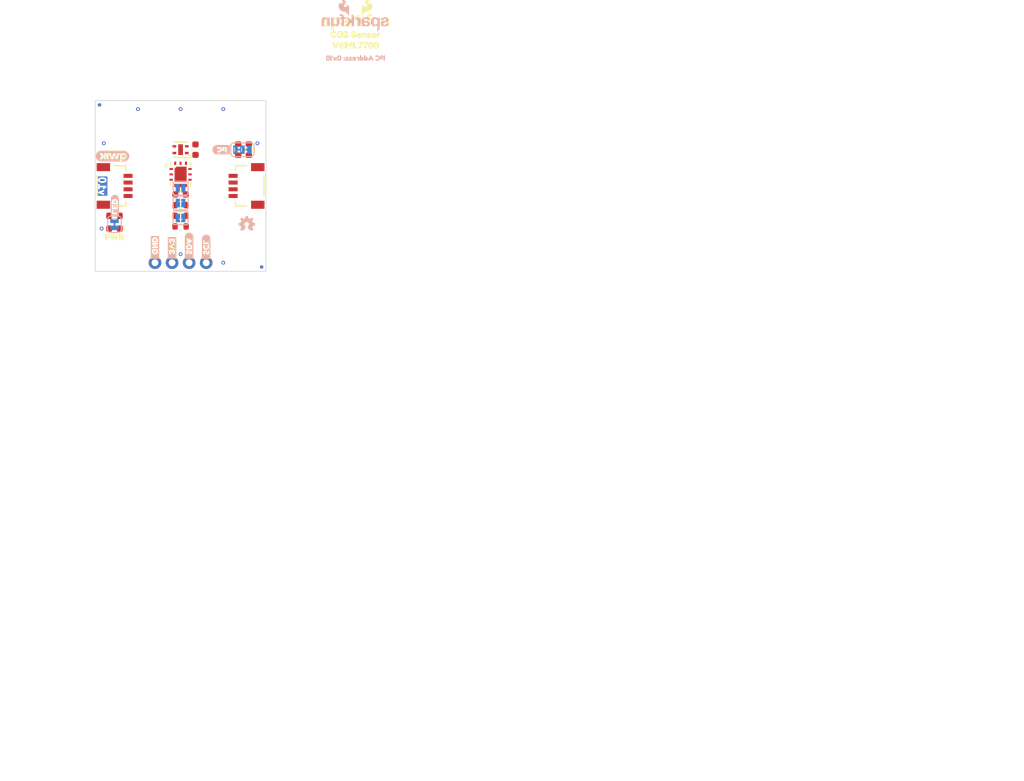
<source format=kicad_pcb>
(kicad_pcb (version 20241229) (generator "pcbnew") (generator_version "9.0")
  (title_block (title "SparkFun Ambient Light Sensor - VEML7700") (date "2025-04-24") (rev "v10") (company "SparkFun Electronics") (comment 1 "Original Design by: Paul Clark") (comment 2 "Designed by: Elias Santistevan"))
  (layers (0 "F.Cu" signal) (2 "B.Cu" signal) (13 "F.Paste" user) (15 "B.Paste" user) (5 "F.SilkS" user "F.Silkscreen") (7 "B.SilkS" user "B.Silkscreen") (1 "F.Mask" user) (3 "B.Mask" user) (25 "Edge.Cuts" user))
  (net 0 "")
  (net 1 "3.3V")
  (net 2 "GND")
  (net 3 "Net-(D1-A)")
  (net 8 "Net-(JP1-A)")
  (net 9 "Net-(JP2-A)")
  (net 10 "Net-(JP2-C)")
  (net 11 "SDA")
  (net 12 "SCL")
  (net 13 "ADDR")
  (net 14 "Net-(JP3-A)")
  (net 15 "Net-(JP4-A)")
  (net 16 "Net-(JP5-A)")
  (footprint "SparkFun-Resistor:R_0603_1608Metric" (layer "F.Cu") (at 146.126 92.7085 90)
    (property "Reference" "R8")
    (property "Value" "4.7k")
    (pad "1" smd roundrect (at -0.825 0 90) (size 0.8 0.95) (layers "F.Cu" "F.Mask" "F.Paste") (net 10 "Net-(JP2-C)"))
    (pad "2" smd roundrect (at 0.825 0 90) (size 0.8 0.95) (layers "F.Cu" "F.Mask" "F.Paste") (net 11 "SDA"))
  )
  (footprint "kibuzzard-680A784B" (layer "F.Cu") (at 162.001 77.151)
    (property "Reference" "kibuzzard-680A784B" (hide yes))
    (property "Value" "G***" (hide yes))
  )
  (footprint "SparkFun-LED:LED_0603_1608Metric_Red" (layer "F.Cu") (at 126.1235 104.456 180)
    (property "Reference" "D1")
    (property "Value" "Red")
    (pad "1" smd roundrect (at -0.7875 0 180) (size 0.875 0.95) (layers "F.Cu" "F.Mask" "F.Paste") (net 2 "GND"))
    (pad "2" smd roundrect (at 0.7875 0 180) (size 0.875 0.95) (layers "F.Cu" "F.Mask" "F.Paste") (net 3 "Net-(D1-A)"))
  )
  (footprint "SparkFun-Aesthetic:Fiducial_0.5mm_Mask1mm" (layer "F.Cu") (at 123.901 86.041)
    (property "Reference" "FID3")
    (property "Value" "Fiducial_0.5mm")
    (pad "" smd circle (at 0 0) (size 0.5 0.5) (layers "F.Cu" "F.Mask") (clearance 0.25))
  )
  (footprint "SparkFun-Aesthetic:qwiic_5mm" (layer "F.Cu") (at 125.806 93.661)
    (property "Reference" "G***" (hide yes))
    (property "Value" "LOGO" (hide yes))
  )
  (footprint "SparkFun-Resistor:R_0603_1608Metric" (layer "F.Cu") (at 144.5385 92.7085 90)
    (property "Reference" "R7")
    (property "Value" "4.7k")
    (pad "1" smd roundrect (at -0.825 0 90) (size 0.8 0.95) (layers "F.Cu" "F.Mask" "F.Paste") (net 12 "SCL"))
    (pad "2" smd roundrect (at 0.825 0 90) (size 0.8 0.95) (layers "F.Cu" "F.Mask" "F.Paste") (net 9 "Net-(JP2-A)"))
  )
  (footprint "kibuzzard-67BF7D12" (layer "F.Cu") (at 139.776 107.15475 90)
    (property "Reference" "kibuzzard-67BF7D12" (hide yes))
    (property "Value" "G***" (hide yes))
  )
  (footprint "SparkFun-Hardware:Standoff" (layer "F.Cu") (at 146.126 108.266)
    (property "Reference" "ST3")
    (property "Value" "Standoff")
    (pad "" np_thru_hole circle (at 0 0) (size 3.1 3.1) (drill 3.1) (layers "*.Cu" "*.Mask"))
  )
  (footprint "SparkFun-Capacitor:C_0603_1608Metric" (layer "F.Cu") (at 138.1885 92.7085 90)
    (property "Reference" "C3")
    (property "Value" "0.1uF")
    (pad "1" smd roundrect (at -0.775 0 90) (size 0.9 0.95) (layers "F.Cu" "F.Mask" "F.Paste") (net 1 "3.3V"))
    (pad "2" smd roundrect (at 0.775 0 90) (size 0.9 0.95) (layers "F.Cu" "F.Mask" "F.Paste") (net 2 "GND"))
  )
  (footprint "SparkFun-Aesthetic:Fiducial_0.5mm_Mask1mm" (layer "F.Cu") (at 148.031 110.171)
    (property "Reference" "FID4")
    (property "Value" "Fiducial_0.5mm")
    (pad "" smd circle (at 0 0) (size 0.5 0.5) (layers "F.Cu" "F.Mask") (clearance 0.25))
  )
  (footprint "SparkFun-Connector:JST_SMD_1.0mm-4_Black" (layer "F.Cu") (at 128.1485 98.106 -90)
    (property "Reference" "J5")
    (property "Value" "Qwiic_RA")
    (pad "1" smd rect (at -1.5 0 270) (size 0.6 1.35) (layers "F.Cu" "F.Mask" "F.Paste") (net 2 "GND"))
    (pad "2" smd rect (at -0.5 0 270) (size 0.6 1.35) (layers "F.Cu" "F.Mask" "F.Paste") (net 1 "3.3V"))
    (pad "3" smd rect (at 0.5 0 270) (size 0.6 1.35) (layers "F.Cu" "F.Mask" "F.Paste") (net 11 "SDA"))
    (pad "4" smd rect (at 1.5 0 270) (size 0.6 1.35) (layers "F.Cu" "F.Mask" "F.Paste") (net 12 "SCL"))
    (pad "NC1" smd rect (at 2.8 3.675 270) (size 1.2 2) (layers "F.Cu" "F.Mask" "F.Paste"))
    (pad "NC2" smd rect (at -2.8 3.675 270) (size 1.2 2) (layers "F.Cu" "F.Mask" "F.Paste"))
  )
  (footprint "SparkFun-Resistor:R_0603_1608Metric" (layer "F.Cu") (at 135.966 104.1385)
    (property "Reference" "R4")
    (property "Value" "1k")
    (pad "1" smd roundrect (at -0.825 0) (size 0.8 0.95) (layers "F.Cu" "F.Mask" "F.Paste") (net 1 "3.3V"))
    (pad "2" smd roundrect (at 0.825 0) (size 0.8 0.95) (layers "F.Cu" "F.Mask" "F.Paste") (net 16 "Net-(JP5-A)"))
  )
  (footprint "SparkFun-Resistor:R_0603_1608Metric" (layer "F.Cu") (at 135.966 100.9635)
    (property "Reference" "R5")
    (property "Value" "10k")
    (pad "1" smd roundrect (at -0.825 0) (size 0.8 0.95) (layers "F.Cu" "F.Mask" "F.Paste") (net 1 "3.3V"))
    (pad "2" smd roundrect (at 0.825 0) (size 0.8 0.95) (layers "F.Cu" "F.Mask" "F.Paste") (net 14 "Net-(JP3-A)"))
  )
  (footprint "SparkFun-Connector:1x04" (layer "F.Cu") (at 132.156 109.536)
    (property "Reference" "J4")
    (property "Value" "I2C")
    (pad "1" thru_hole circle (at 0 0 90) (size 1.8796 1.8796) (drill 1.016) (layers "*.Cu" "*.Mask") (net 2 "GND"))
    (pad "2" thru_hole circle (at 2.54 0 90) (size 1.8796 1.8796) (drill 1.016) (layers "*.Cu" "*.Mask") (net 1 "3.3V"))
    (pad "3" thru_hole circle (at 5.08 0 90) (size 1.8796 1.8796) (drill 1.016) (layers "*.Cu" "*.Mask") (net 11 "SDA"))
    (pad "4" thru_hole circle (at 7.62 0 90) (size 1.8796 1.8796) (drill 1.016) (layers "*.Cu" "*.Mask") (net 12 "SCL"))
  )
  (footprint "kibuzzard-67BF7C99" (layer "F.Cu") (at 132.156 107.25 90)
    (property "Reference" "kibuzzard-67BF7C99" (hide yes))
    (property "Value" "G***" (hide yes))
  )
  (footprint "kibuzzard-68139425" (layer "F.Cu") (at 162.001 75.5635)
    (property "Reference" "kibuzzard-68139425" (hide yes))
    (property "Value" "G***" (hide yes))
  )
  (footprint "kibuzzard-65A8A8B4" (layer "F.Cu") (at 126.1235 105.726)
    (property "Reference" "kibuzzard-65A8A8B4" (hide yes))
    (property "Value" "G***" (hide yes))
  )
  (footprint "kibuzzard-67BF7CFE" (layer "F.Cu") (at 137.236 106.996 90)
    (property "Reference" "kibuzzard-67BF7CFE" (hide yes))
    (property "Value" "G***" (hide yes))
  )
  (footprint "SparkFun-Aesthetic:Creative_Commons_License" (layer "F.Cu") (at 214.63 168.91)
    (property "Reference" "G4" (hide yes))
    (property "Value" "OSHW_Logo" (hide yes))
  )
  (footprint "SparkFun-Sensor:SHTC3" (layer "F.Cu") (at 135.966 92.7085 180)
    (property "Reference" "U2")
    (property "Value" "SHTC3")
    (pad "1" smd rect (at -0.925 -0.5 270) (size 0.35 0.55) (layers "F.Cu" "F.Mask" "F.Paste") (net 1 "3.3V"))
    (pad "2" smd rect (at -0.925 0.5 270) (size 0.35 0.55) (layers "F.Cu" "F.Mask" "F.Paste") (net 12 "SCL"))
    (pad "3" smd rect (at 0.925 0.5 270) (size 0.35 0.55) (layers "F.Cu" "F.Mask" "F.Paste") (net 11 "SDA"))
    (pad "4" smd rect (at 0.925 -0.5 270) (size 0.35 0.55) (layers "F.Cu" "F.Mask" "F.Paste") (net 2 "GND"))
    (pad "5" smd rect (at 0 0 90) (size 1.6 0.7) (layers "F.Cu" "F.Mask"))
  )
  (footprint "SparkFun-Aesthetic:SparkFun_Logo_10mm" (layer "F.Cu") (at 162.001 73.6585)
    (property "Reference" "G***" (hide yes))
    (property "Value" "LOGO" (hide yes))
  )
  (footprint "SparkFun-Connector:JST_SMD_1.0mm-4_Black" (layer "F.Cu") (at 143.7835 98.106 90)
    (property "Reference" "J3")
    (property "Value" "Qwiic_RA")
    (pad "1" smd rect (at -1.5 0 90) (size 0.6 1.35) (layers "F.Cu" "F.Mask" "F.Paste") (net 2 "GND"))
    (pad "2" smd rect (at -0.5 0 90) (size 0.6 1.35) (layers "F.Cu" "F.Mask" "F.Paste") (net 1 "3.3V"))
    (pad "3" smd rect (at 0.5 0 90) (size 0.6 1.35) (layers "F.Cu" "F.Mask" "F.Paste") (net 11 "SDA"))
    (pad "4" smd rect (at 1.5 0 90) (size 0.6 1.35) (layers "F.Cu" "F.Mask" "F.Paste") (net 12 "SCL"))
    (pad "NC1" smd rect (at 2.8 3.675 90) (size 1.2 2) (layers "F.Cu" "F.Mask" "F.Paste"))
    (pad "NC2" smd rect (at -2.8 3.675 90) (size 1.2 2) (layers "F.Cu" "F.Mask" "F.Paste"))
  )
  (footprint "kibuzzard-681398E8" (layer "F.Cu") (at 134.696 107.3135 90)
    (property "Reference" "kibuzzard-681398E8" (hide yes))
    (property "Value" "G***" (hide yes))
  )
  (footprint "SparkFun-Hardware:Standoff" (layer "F.Cu") (at 146.126 87.946)
    (property "Reference" "ST2")
    (property "Value" "Standoff")
    (pad "" np_thru_hole circle (at 0 0) (size 3.1 3.1) (drill 3.1) (layers "*.Cu" "*.Mask"))
  )
  (footprint "SparkFun-Resistor:R_0603_1608Metric" (layer "F.Cu") (at 135.966 102.551)
    (property "Reference" "R1")
    (property "Value" "3.3k")
    (pad "1" smd roundrect (at -0.825 0) (size 0.8 0.95) (layers "F.Cu" "F.Mask" "F.Paste") (net 1 "3.3V"))
    (pad "2" smd roundrect (at 0.825 0) (size 0.8 0.95) (layers "F.Cu" "F.Mask" "F.Paste") (net 15 "Net-(JP4-A)"))
  )
  (footprint "SparkFun-Hardware:Standoff" (layer "F.Cu") (at 125.806 87.946)
    (property "Reference" "ST1")
    (property "Value" "Standoff")
    (pad "" np_thru_hole circle (at 0 0) (size 3.1 3.1) (drill 3.1) (layers "*.Cu" "*.Mask"))
  )
  (footprint "SparkFun-Resistor:R_0603_1608Metric" (layer "F.Cu") (at 126.1235 102.551)
    (property "Reference" "R9")
    (property "Value" "4.7k")
    (pad "1" smd roundrect (at -0.825 0) (size 0.8 0.95) (layers "F.Cu" "F.Mask" "F.Paste") (net 8 "Net-(JP1-A)"))
    (pad "2" smd roundrect (at 0.825 0) (size 0.8 0.95) (layers "F.Cu" "F.Mask" "F.Paste") (net 3 "Net-(D1-A)"))
  )
  (footprint "SparkFun-Capacitor:C_0603_1608Metric" (layer "F.Cu") (at 135.966 99.376)
    (property "Reference" "C1")
    (property "Value" "0.1uF")
    (pad "1" smd roundrect (at -0.775 0) (size 0.9 0.95) (layers "F.Cu" "F.Mask" "F.Paste") (net 1 "3.3V"))
    (pad "2" smd roundrect (at 0.775 0) (size 0.9 0.95) (layers "F.Cu" "F.Mask" "F.Paste") (net 2 "GND"))
  )
  (footprint "SparkFun-Sensor:STC31" (layer "F.Cu") (at 135.966 96.3835)
    (property "Reference" "U1")
    (property "Value" "STC31")
    (fp_poly (pts (xy 0.90005 1.15005) (xy -0.90005 1.15005) (xy -0.90005 -0.850021) (xy -0.600021 -1.15005) (xy 0.90005 -1.15005)) (fill yes) (layer "F.Cu"))
    (pad "1" smd rect (at -1.4 -0.8) (size 0.5 0.3) (layers "F.Cu" "F.Mask") (net 2 "GND"))
    (pad "2" smd rect (at -1.4 0) (size 0.5 0.3) (layers "F.Cu" "F.Mask"))
    (pad "3" smd rect (at -1.4 0.8) (size 0.5 0.3) (layers "F.Cu" "F.Mask") (net 13 "ADDR"))
    (pad "4" smd rect (at -0.8 1.65 90) (size 0.5 0.3) (layers "F.Cu" "F.Mask") (net 12 "SCL"))
    (pad "5" smd rect (at 0 1.65 90) (size 0.5 0.3) (layers "F.Cu" "F.Mask") (net 2 "GND"))
    (pad "6" smd rect (at 0.8 1.65 90) (size 0.5 0.3) (layers "F.Cu" "F.Mask") (net 1 "3.3V"))
    (pad "7" smd rect (at 1.4 0.8) (size 0.5 0.3) (layers "F.Cu" "F.Mask") (net 11 "SDA"))
    (pad "8" smd rect (at 1.4 0) (size 0.5 0.3) (layers "F.Cu" "F.Mask"))
    (pad "9" smd rect (at 1.4 -0.8) (size 0.5 0.3) (layers "F.Cu" "F.Mask") (net 2 "GND"))
    (pad "10" smd rect (at 0.8 -1.65 270) (size 0.5 0.3) (layers "F.Cu" "F.Mask"))
    (pad "11" smd rect (at 0 -1.65 270) (size 0.5 0.3) (layers "F.Cu" "F.Mask") (net 2 "GND"))
    (pad "12" smd rect (at -0.8 -1.65 270) (size 0.5 0.3) (layers "F.Cu" "F.Mask"))
    (pad "DIEPAD" smd rect (at 0 0 90) (size 0.6096 0.3048) (layers "F.Cu"))
  )
  (footprint "SparkFun-Hardware:Standoff" (layer "F.Cu") (at 125.806 108.266)
    (property "Reference" "ST4")
    (property "Value" "Standoff")
    (pad "" np_thru_hole circle (at 0 0) (size 3.1 3.1) (drill 3.1) (layers "*.Cu" "*.Mask"))
  )
  (footprint "SparkFun-Jumper:Jumper_3_NC-2_Trace" (layer "B.Cu") (at 145.1735 92.7085 180)
    (property "Reference" "JP2")
    (property "Value" "I2C")
    (fp_poly (pts (xy 0.262 0.173) (xy 0.762 0.173) (xy 0.762 -0.127) (xy 0.262 -0.127)) (fill yes) (layer "B.Cu"))
    (fp_poly (pts (xy -0.7707 0.15) (xy -0.2707 0.15) (xy -0.2707 -0.15) (xy -0.7707 -0.15)) (fill yes) (layer "B.Cu"))
    (pad "1" smd rect (at -1.0414 0 180) (size 0.6604 1.27) (layers "B.Cu" "B.Mask") (net 9 "Net-(JP2-A)"))
    (pad "2" smd rect (at 0 0 180) (size 0.6604 1.27) (layers "B.Cu" "B.Mask") (net 1 "3.3V"))
    (pad "3" smd rect (at 1.0414 0) (size 0.6604 1.27) (layers "B.Cu" "B.Mask") (net 10 "Net-(JP2-C)"))
  )
  (footprint "kibuzzard-680BA25F" (layer "B.Cu") (at 162.001 79.056 180)
    (property "Reference" "kibuzzard-680BA25F" (hide yes))
    (property "Value" "G***" (hide yes))
  )
  (footprint "SparkFun-Jumper:Jumper_2_NO" (layer "B.Cu") (at 135.966 100.646)
    (property "Reference" "JP4")
    (property "Value" "0x2B")
    (pad "1" smd rect (at -0.4064 0) (size 0.635 1.27) (layers "B.Cu" "B.Mask") (net 15 "Net-(JP4-A)"))
    (pad "2" smd rect (at 0.4064 0) (size 0.635 1.27) (layers "B.Cu" "B.Mask") (net 13 "ADDR"))
  )
  (footprint "SparkFun-Jumper:Jumper_2_NC_Trace" (layer "B.Cu") (at 126.1235 103.821 90)
    (property "Reference" "JP1")
    (property "Value" "LED")
    (fp_poly (pts (xy -0.25 0.15) (xy 0.25 0.15) (xy 0.25 -0.15) (xy -0.25 -0.15)) (fill yes) (layer "B.Cu"))
    (pad "1" smd rect (at -0.5207 0 90) (size 0.6604 1.27) (layers "B.Cu" "B.Mask") (net 8 "Net-(JP1-A)"))
    (pad "2" smd rect (at 0.5207 0 90) (size 0.6604 1.27) (layers "B.Cu" "B.Mask") (net 1 "3.3V"))
  )
  (footprint "kibuzzard-681398D9" (layer "B.Cu") (at 134.696 107.3135 90)
    (property "Reference" "kibuzzard-681398D9" (hide yes))
    (property "Value" "G***" (hide yes))
  )
  (footprint "SparkFun-Aesthetic:Fiducial_0.5mm_Mask1mm" (layer "B.Cu") (at 123.901 86.041 180)
    (property "Reference" "FID2")
    (property "Value" "Fiducial_0.5mm")
    (pad "" smd circle (at 0 0 180) (size 0.5 0.5) (layers "B.Cu" "B.Mask") (clearance 0.25))
  )
  (footprint "kibuzzard-67BF7F13" (layer "B.Cu") (at 137.236 106.996 90)
    (property "Reference" "kibuzzard-67BF7F13" (hide yes))
    (property "Value" "G***" (hide yes))
  )
  (footprint "SparkFun-Aesthetic:Fiducial_0.5mm_Mask1mm" (layer "B.Cu") (at 148.031 110.171 180)
    (property "Reference" "FID1")
    (property "Value" "Fiducial_0.5mm")
    (pad "" smd circle (at 0 0 180) (size 0.5 0.5) (layers "B.Cu" "B.Mask") (clearance 0.25))
  )
  (footprint "SparkFun-Jumper:Jumper_2_NO" (layer "B.Cu") (at 135.966 102.8685)
    (property "Reference" "JP5")
    (property "Value" "0x2C")
    (pad "1" smd rect (at -0.4064 0) (size 0.635 1.27) (layers "B.Cu" "B.Mask") (net 16 "Net-(JP5-A)"))
    (pad "2" smd rect (at 0.4064 0) (size 0.635 1.27) (layers "B.Cu" "B.Mask") (net 13 "ADDR"))
  )
  (footprint "kibuzzard-67BF7F2F" (layer "B.Cu") (at 139.776 107.15475 90)
    (property "Reference" "kibuzzard-67BF7F2F" (hide yes))
    (property "Value" "G***" (hide yes))
  )
  (footprint "SparkFun-Aesthetic:OSHW_Logo_2.5mm" (layer "B.Cu") (at 145.8085 103.821 180)
    (property "Reference" "Ref**" (hide yes))
    (property "Value" "Val**" (hide yes))
  )
  (footprint "SparkFun-Aesthetic:SparkFun_Logo_10mm" (layer "B.Cu") (at 162.001 73.6585 180)
    (property "Reference" "G***" (hide yes))
    (property "Value" "LOGO" (hide yes))
  )
  (footprint "SparkFun-Jumper:Jumper_2_NO" (layer "B.Cu") (at 135.966 98.4235)
    (property "Reference" "JP3")
    (property "Value" "0x2A")
    (pad "1" smd rect (at -0.4064 0) (size 0.635 1.27) (layers "B.Cu" "B.Mask") (net 14 "Net-(JP3-A)"))
    (pad "2" smd rect (at 0.4064 0) (size 0.635 1.27) (layers "B.Cu" "B.Mask") (net 13 "ADDR"))
  )
  (footprint "kibuzzard-67BF7EBF" (layer "B.Cu") (at 132.156 107.25 90)
    (property "Reference" "kibuzzard-67BF7EBF" (hide yes))
    (property "Value" "G***" (hide yes))
  )
  (footprint "kibuzzard-67D9D97F" (layer "B.Cu") (at 141.9985 92.7085 180)
    (property "Reference" "kibuzzard-67D9D97F" (hide yes))
    (property "Value" "G***" (hide yes))
  )
  (footprint "kibuzzard-67D9E7C1" (layer "B.Cu") (at 126.187 101.027 90)
    (property "Reference" "kibuzzard-67D9E7C1" (hide yes))
    (property "Value" "G***" (hide yes))
  )
  (footprint "SparkFun-Aesthetic:qwiic_5mm" (layer "B.Cu") (at 125.832054 93.6711 180)
    (property "Reference" "G***" (hide yes))
    (property "Value" "LOGO" (hide yes))
  )
  (gr_rect (start 123.266 85.406) (end 148.666 110.806) (stroke (width 0.1)) (fill no) (layer "Edge.Cuts"))
  (gr_text "v10" (at 124.264 98.106 -90) (layer "B.Cu" knockout) (effects (font (size 1.016 1.016) (thickness 0.254) (bold yes)) (justify mirror)))
  (via (at 124.2185 104.456) (size 0.56) (drill 0.3) (layers "F.Cu" "B.Cu") (net 2))
  (via (at 142.316 86.676) (size 0.56) (drill 0.3) (layers "F.Cu" "B.Cu") (net 2))
  (via (at 129.616 86.676) (size 0.56) (drill 0.3) (layers "F.Cu" "B.Cu") (net 2))
  (via (at 142.316 109.536) (size 0.56) (drill 0.3) (layers "F.Cu" "B.Cu") (net 2))
  (via (at 135.966 86.676) (size 0.56) (drill 0.3) (layers "F.Cu" "B.Cu") (net 2))
  (via (at 147.396 91.756) (size 0.56) (drill 0.3) (layers "F.Cu" "B.Cu") (net 2))
  (via (at 124.536 91.756) (size 0.56) (drill 0.3) (layers "F.Cu" "B.Cu") (net 2))
  (via (at 135.966 108.266) (size 0.56) (drill 0.3) (layers "F.Cu" "B.Cu") (net 2))
)
</source>
